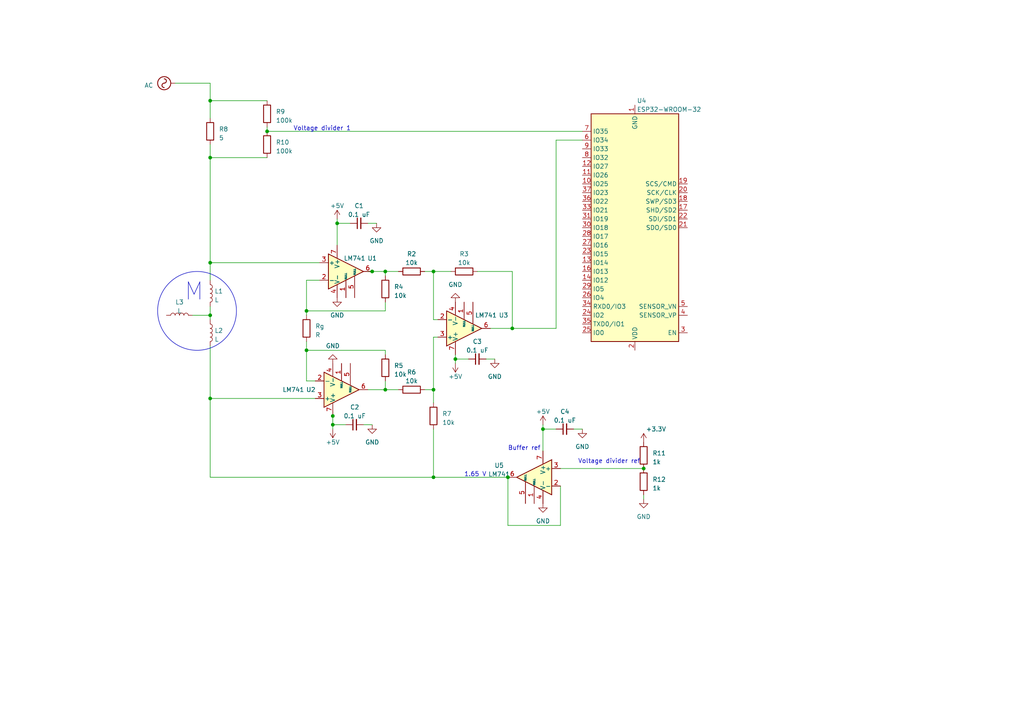
<source format=kicad_sch>
(kicad_sch (version 20230121) (generator eeschema)
  (paper "A4")
  (lib_symbols
    (symbol "Amplifier_Operational:LM741" (pin_names (offset 0.127))
      (property "Reference" "U" (at 0 6.35 0))
      (property "Value" "LM741" (at 0 3.81 0))
      (symbol "LM741_0_1"
        (polyline (pts (xy -5.08 5.08) (xy 5.08 0) (xy -5.08 -5.08) (xy -5.08 5.08)) (stroke (width 0.254)) (fill (type background)))
      )
      (symbol "LM741_1_1"
        (pin input line (at 0 -7.62 90) (length 5.08) (name "NULL") (number "1"))
        (pin input line (at -7.62 -2.54 0) (length 2.54) (name "-") (number "2"))
        (pin input line (at -7.62 2.54 0) (length 2.54) (name "+") (number "3"))
        (pin power_in line (at -2.54 -7.62 90) (length 3.81) (name "V-") (number "4"))
        (pin input line (at 2.54 -7.62 90) (length 6.35) (name "NULL") (number "5"))
        (pin output line (at 7.62 0 180) (length 2.54) (name "~") (number "6"))
        (pin power_in line (at -2.54 7.62 270) (length 3.81) (name "V+") (number "7"))
        (pin no_connect line (at 0 2.54 270) (length 2.54) hide (name "NC") (number "8"))
      )
    )
    (symbol "Device:C_Small" (pin_numbers hide) (pin_names (offset 0.254) hide)
      (property "Reference" "C" (at 0.254 1.778 0))
      (property "Value" "C_Small" (at 0.254 -2.032 0))
      (symbol "C_Small_0_1"
        (polyline (pts (xy -1.524 -0.508) (xy 1.524 -0.508)) (stroke (width 0.3302)))
        (polyline (pts (xy -1.524 0.508) (xy 1.524 0.508)) (stroke (width 0.3048)))
      )
      (symbol "C_Small_1_1"
        (pin passive line (at 0 2.54 270) (length 2.032) (name "~") (number "1"))
        (pin passive line (at 0 -2.54 90) (length 2.032) (name "~") (number "2"))
      )
    )
    (symbol "Device:L" (pin_numbers hide) (pin_names (offset 1.016) hide)
      (property "Reference" "L" (at -1.27 0 90))
      (property "Value" "L" (at 1.905 0 90))
      (symbol "L_0_1"
        (arc (start 0 -2.54) (mid 0.6323 -1.905) (end 0 -1.27))
        (arc (start 0 -1.27) (mid 0.6323 -0.635) (end 0 0))
        (arc (start 0 0) (mid 0.6323 0.635) (end 0 1.27))
        (arc (start 0 1.27) (mid 0.6323 1.905) (end 0 2.54))
      )
      (symbol "L_1_1"
        (pin passive line (at 0 3.81 270) (length 1.27) (name "1") (number "1"))
        (pin passive line (at 0 -3.81 90) (length 1.27) (name "2") (number "2"))
      )
    )
    (symbol "Device:R" (pin_numbers hide) (pin_names (offset 0))
      (property "Reference" "R" (at 2.032 0 90))
      (property "Value" "R" (at 0 0 90))
      (symbol "R_0_1"
        (rectangle (start -1.016 -2.54) (end 1.016 2.54) (stroke (width 0.254)))
      )
      (symbol "R_1_1"
        (pin passive line (at 0 3.81 270) (length 1.27) (name "~") (number "1"))
        (pin passive line (at 0 -3.81 90) (length 1.27) (name "~") (number "2"))
      )
    )
    (symbol "RF_Module:ESP32-WROOM-32"
      (property "Reference" "U" (at -12.7 34.29 0))
      (property "Value" "ESP32-WROOM-32" (at 1.27 34.29 0))
      (symbol "ESP32-WROOM-32_0_1"
        (rectangle (start -12.7 33.02) (end 12.7 -33.02) (stroke (width 0.254)) (fill (type background)))
      )
      (symbol "ESP32-WROOM-32_1_1"
        (pin power_in line (at 0 -35.56 90) (length 2.54) (name "GND") (number "1"))
        (pin bidirectional line (at 15.24 -12.7 180) (length 2.54) (name "IO25") (number "10"))
        (pin bidirectional line (at 15.24 -15.24 180) (length 2.54) (name "IO26") (number "11"))
        (pin bidirectional line (at 15.24 -17.78 180) (length 2.54) (name "IO27") (number "12"))
        (pin bidirectional line (at 15.24 10.16 180) (length 2.54) (name "IO14") (number "13"))
        (pin bidirectional line (at 15.24 15.24 180) (length 2.54) (name "IO12") (number "14"))
        (pin passive line (at 0 -35.56 90) (length 2.54) hide (name "GND") (number "15"))
        (pin bidirectional line (at 15.24 12.7 180) (length 2.54) (name "IO13") (number "16"))
        (pin bidirectional line (at -15.24 -5.08 0) (length 2.54) (name "SHD/SD2") (number "17"))
        (pin bidirectional line (at -15.24 -7.62 0) (length 2.54) (name "SWP/SD3") (number "18"))
        (pin bidirectional line (at -15.24 -12.7 0) (length 2.54) (name "SCS/CMD") (number "19"))
        (pin power_in line (at 0 35.56 270) (length 2.54) (name "VDD") (number "2"))
        (pin bidirectional line (at -15.24 -10.16 0) (length 2.54) (name "SCK/CLK") (number "20"))
        (pin bidirectional line (at -15.24 0 0) (length 2.54) (name "SDO/SD0") (number "21"))
        (pin bidirectional line (at -15.24 -2.54 0) (length 2.54) (name "SDI/SD1") (number "22"))
        (pin bidirectional line (at 15.24 7.62 180) (length 2.54) (name "IO15") (number "23"))
        (pin bidirectional line (at 15.24 25.4 180) (length 2.54) (name "IO2") (number "24"))
        (pin bidirectional line (at 15.24 30.48 180) (length 2.54) (name "IO0") (number "25"))
        (pin bidirectional line (at 15.24 20.32 180) (length 2.54) (name "IO4") (number "26"))
        (pin bidirectional line (at 15.24 5.08 180) (length 2.54) (name "IO16") (number "27"))
        (pin bidirectional line (at 15.24 2.54 180) (length 2.54) (name "IO17") (number "28"))
        (pin bidirectional line (at 15.24 17.78 180) (length 2.54) (name "IO5") (number "29"))
        (pin input line (at -15.24 30.48 0) (length 2.54) (name "EN") (number "3"))
        (pin bidirectional line (at 15.24 0 180) (length 2.54) (name "IO18") (number "30"))
        (pin bidirectional line (at 15.24 -2.54 180) (length 2.54) (name "IO19") (number "31"))
        (pin no_connect line (at -12.7 -27.94 0) (length 2.54) hide (name "NC") (number "32"))
        (pin bidirectional line (at 15.24 -5.08 180) (length 2.54) (name "IO21") (number "33"))
        (pin bidirectional line (at 15.24 22.86 180) (length 2.54) (name "RXD0/IO3") (number "34"))
        (pin bidirectional line (at 15.24 27.94 180) (length 2.54) (name "TXD0/IO1") (number "35"))
        (pin bidirectional line (at 15.24 -7.62 180) (length 2.54) (name "IO22") (number "36"))
        (pin bidirectional line (at 15.24 -10.16 180) (length 2.54) (name "IO23") (number "37"))
        (pin passive line (at 0 -35.56 90) (length 2.54) hide (name "GND") (number "38"))
        (pin passive line (at 0 -35.56 90) (length 2.54) hide (name "GND") (number "39"))
        (pin input line (at -15.24 25.4 0) (length 2.54) (name "SENSOR_VP") (number "4"))
        (pin input line (at -15.24 22.86 0) (length 2.54) (name "SENSOR_VN") (number "5"))
        (pin input line (at 15.24 -25.4 180) (length 2.54) (name "IO34") (number "6"))
        (pin input line (at 15.24 -27.94 180) (length 2.54) (name "IO35") (number "7"))
        (pin bidirectional line (at 15.24 -20.32 180) (length 2.54) (name "IO32") (number "8"))
        (pin bidirectional line (at 15.24 -22.86 180) (length 2.54) (name "IO33") (number "9"))
      )
    )
    (symbol "power:+3.3V" (power) (pin_names (offset 0))
      (property "Value" "+3.3V" (at 0 3.556 0))
      (symbol "+3.3V_0_1"
        (polyline (pts (xy -0.762 1.27) (xy 0 2.54)))
        (polyline (pts (xy 0 0) (xy 0 2.54)))
        (polyline (pts (xy 0 2.54) (xy 0.762 1.27)))
      )
      (symbol "+3.3V_1_1"
        (pin power_in line (at 0 0 90) (length 0) hide (name "+3.3V") (number "1"))
      )
    )
    (symbol "power:+5V" (power) (pin_names (offset 0))
      (property "Value" "+5V" (at 0 3.556 0))
      (symbol "+5V_0_1"
        (polyline (pts (xy -0.762 1.27) (xy 0 2.54)))
        (polyline (pts (xy 0 0) (xy 0 2.54)))
        (polyline (pts (xy 0 2.54) (xy 0.762 1.27)))
      )
      (symbol "+5V_1_1"
        (pin power_in line (at 0 0 90) (length 0) hide (name "+5V") (number "1"))
      )
    )
    (symbol "power:AC" (power) (pin_names (offset 0))
      (property "Value" "AC" (at 0 6.35 0))
      (symbol "AC_0_1"
        (polyline (pts (xy 0 0) (xy 0 1.27)))
        (arc (start 0 3.175) (mid -0.635 3.8073) (end -1.27 3.175) (stroke (width 0.254)))
        (arc (start 0 3.175) (mid 0.635 2.5427) (end 1.27 3.175) (stroke (width 0.254)))
        (circle (center 0 3.175) (radius 1.905) (stroke (width 0.254)))
      )
      (symbol "AC_1_1"
        (pin power_in line (at 0 0 90) (length 0) hide (name "AC") (number "1"))
      )
    )
    (symbol "power:GND" (power) (pin_names (offset 0))
      (property "Value" "GND" (at 0 -3.81 0))
      (symbol "GND_0_1"
        (polyline (pts (xy 0 0) (xy 0 -1.27) (xy 1.27 -1.27) (xy 0 -2.54) (xy -1.27 -1.27) (xy 0 -1.27)))
      )
      (symbol "GND_1_1"
        (pin power_in line (at 0 0 270) (length 0) hide (name "GND") (number "1"))
      )
    )
  )
  (junction (at 132.08 104.14))
  (junction (at 148.59 95.25))
  (junction (at 60.96 115.57))
  (junction (at 88.9 101.6))
  (junction (at 60.96 91.44))
  (junction (at 157.48 124.46))
  (junction (at 111.76 113.03))
  (junction (at 125.73 138.43))
  (junction (at 77.47 38.1))
  (junction (at 125.73 113.03))
  (junction (at 107.95 78.74))
  (junction (at 60.96 76.2))
  (junction (at 96.52 123.19))
  (junction (at 111.76 78.74))
  (junction (at 97.79 64.77))
  (junction (at 125.73 78.74))
  (junction (at 60.96 45.72))
  (junction (at 147.32 138.43))
  (junction (at 96.52 120.65))
  (junction (at 60.96 29.21))
  (junction (at 186.69 135.89))
  (junction (at 88.9 90.17))
  (wire (pts (xy 162.56 152.4) (xy 147.32 152.4)))
  (wire (pts (xy 88.9 81.28) (xy 88.9 90.17)))
  (wire (pts (xy 111.76 113.03) (xy 111.76 110.49)))
  (wire (pts (xy 125.73 116.84) (xy 125.73 113.03)))
  (wire (pts (xy 77.47 45.72) (xy 60.96 45.72)))
  (wire (pts (xy 123.19 78.74) (xy 125.73 78.74)))
  (wire (pts (xy 186.69 143.51) (xy 186.69 144.78)))
  (wire (pts (xy 166.37 124.46) (xy 168.91 124.46)))
  (wire (pts (xy 97.79 64.77) (xy 101.6 64.77)))
  (wire (pts (xy 96.52 123.19) (xy 96.52 120.65)))
  (wire (pts (xy 60.96 100.33) (xy 60.96 115.57)))
  (wire (pts (xy 111.76 80.01) (xy 111.76 78.74)))
  (wire (pts (xy 168.91 40.64) (xy 161.29 40.64)))
  (wire (pts (xy 60.96 76.2) (xy 60.96 81.28)))
  (wire (pts (xy 77.47 38.1) (xy 77.47 36.83)))
  (wire (pts (xy 60.96 115.57) (xy 60.96 138.43)))
  (wire (pts (xy 105.41 123.19) (xy 107.95 123.19)))
  (wire (pts (xy 162.56 140.97) (xy 162.56 152.4)))
  (wire (pts (xy 55.88 91.44) (xy 60.96 91.44)))
  (wire (pts (xy 88.9 90.17) (xy 88.9 91.44)))
  (wire (pts (xy 148.59 78.74) (xy 138.43 78.74)))
  (wire (pts (xy 111.76 78.74) (xy 115.57 78.74)))
  (wire (pts (xy 50.8 24.13) (xy 60.96 24.13)))
  (wire (pts (xy 60.96 29.21) (xy 60.96 34.29)))
  (wire (pts (xy 106.68 78.74) (xy 107.95 78.74)))
  (wire (pts (xy 96.52 123.19) (xy 100.33 123.19)))
  (wire (pts (xy 60.96 76.2) (xy 92.71 76.2)))
  (wire (pts (xy 161.29 95.25) (xy 148.59 95.25)))
  (wire (pts (xy 125.73 78.74) (xy 130.81 78.74)))
  (wire (pts (xy 148.59 95.25) (xy 142.24 95.25)))
  (wire (pts (xy 96.52 124.46) (xy 96.52 123.19)))
  (wire (pts (xy 60.96 24.13) (xy 60.96 29.21)))
  (wire (pts (xy 125.73 124.46) (xy 125.73 138.43)))
  (wire (pts (xy 125.73 113.03) (xy 125.73 97.79)))
  (wire (pts (xy 123.19 113.03) (xy 125.73 113.03)))
  (wire (pts (xy 162.56 135.89) (xy 186.69 135.89)))
  (wire (pts (xy 111.76 101.6) (xy 111.76 102.87)))
  (wire (pts (xy 77.47 38.1) (xy 168.91 38.1)))
  (wire (pts (xy 125.73 97.79) (xy 127 97.79)))
  (wire (pts (xy 148.59 78.74) (xy 148.59 95.25)))
  (wire (pts (xy 157.48 124.46) (xy 161.29 124.46)))
  (wire (pts (xy 106.68 64.77) (xy 109.22 64.77)))
  (wire (pts (xy 92.71 81.28) (xy 88.9 81.28)))
  (wire (pts (xy 88.9 110.49) (xy 88.9 101.6)))
  (wire (pts (xy 96.52 119.38) (xy 96.52 120.65)))
  (wire (pts (xy 111.76 90.17) (xy 88.9 90.17)))
  (wire (pts (xy 132.08 104.14) (xy 132.08 102.87)))
  (wire (pts (xy 60.96 92.71) (xy 60.96 91.44)))
  (wire (pts (xy 132.08 104.14) (xy 135.89 104.14)))
  (wire (pts (xy 91.44 115.57) (xy 60.96 115.57)))
  (wire (pts (xy 88.9 101.6) (xy 111.76 101.6)))
  (wire (pts (xy 97.79 63.5) (xy 97.79 64.77)))
  (wire (pts (xy 97.79 64.77) (xy 97.79 71.12)))
  (wire (pts (xy 125.73 138.43) (xy 147.32 138.43)))
  (wire (pts (xy 106.68 113.03) (xy 111.76 113.03)))
  (wire (pts (xy 161.29 40.64) (xy 161.29 95.25)))
  (wire (pts (xy 60.96 88.9) (xy 60.96 91.44)))
  (wire (pts (xy 125.73 92.71) (xy 125.73 78.74)))
  (wire (pts (xy 147.32 152.4) (xy 147.32 138.43)))
  (wire (pts (xy 111.76 87.63) (xy 111.76 90.17)))
  (wire (pts (xy 157.48 123.19) (xy 157.48 124.46)))
  (wire (pts (xy 91.44 110.49) (xy 88.9 110.49)))
  (wire (pts (xy 88.9 99.06) (xy 88.9 101.6)))
  (wire (pts (xy 127 92.71) (xy 125.73 92.71)))
  (wire (pts (xy 157.48 124.46) (xy 157.48 130.81)))
  (wire (pts (xy 111.76 113.03) (xy 115.57 113.03)))
  (wire (pts (xy 77.47 29.21) (xy 60.96 29.21)))
  (wire (pts (xy 60.96 41.91) (xy 60.96 45.72)))
  (wire (pts (xy 132.08 104.14) (xy 132.08 105.41)))
  (wire (pts (xy 60.96 138.43) (xy 125.73 138.43)))
  (wire (pts (xy 60.96 45.72) (xy 60.96 76.2)))
  (wire (pts (xy 107.95 78.74) (xy 111.76 78.74)))
  (wire (pts (xy 140.97 104.14) (xy 143.51 104.14)))
  (circle (center 57.15 90.17) (radius 11.43))
  (text "1.65 V" (at 134.62 138.43 0) (effects (font (size 1.27 1.27)) (justify left bottom)))
  (text "M" (at 53.34 87.63 0) (effects (font (size 5 5)) (justify left bottom)))
  (text "Voltage divider 1" (at 85.09 38.1 0) (effects (font (size 1.27 1.27)) (justify left bottom)))
  (text "Voltage divider ref" (at 167.64 134.62 0) (effects (font (size 1.27 1.27)) (justify left bottom)))
  (text "Buffer ref" (at 147.32 130.81 0) (effects (font (size 1.27 1.27)) (justify left bottom)))
  (symbol (lib_id "Device:R") (at 111.76 83.82 0) (unit 1)
    (property "Reference" "R4" (at 114.3 83.185 0) (effects (justify left)))
    (property "Value" "10k" (at 114.3 85.725 0) (effects (justify left)))
  )
  (symbol (lib_id "Device:R") (at 111.76 106.68 0) (unit 1)
    (property "Reference" "R5" (at 114.3 106.045 0) (effects (justify left)))
    (property "Value" "10k" (at 114.3 108.585 0) (effects (justify left)))
  )
  (symbol (lib_id "Device:C_Small") (at 102.87 123.19 90) (unit 1)
    (property "Reference" "C2" (at 102.8763 118.11 90))
    (property "Value" "0.1 uF" (at 102.8763 120.65 90))
  )
  (symbol (lib_id "power:GND") (at 109.22 64.77 0) (unit 1)
    (property "Reference" "#PWR05" (effects hide))
    (property "Value" "GND" (at 109.22 69.85 0))
  )
  (symbol (lib_id "power:AC") (at 50.8 24.13 90) (unit 1)
    (property "Reference" "#PWR01" (effects hide))
    (property "Value" "AC" (at 44.45 24.765 90) (effects (justify left)))
  )
  (symbol (lib_id "power:GND") (at 157.48 146.05 0) (unit 1)
    (property "Reference" "#PWR015" (effects hide))
    (property "Value" "GND" (at 157.48 151.13 0))
  )
  (symbol (lib_id "power:GND") (at 107.95 123.19 0) (unit 1)
    (property "Reference" "#PWR07" (effects hide))
    (property "Value" "GND" (at 107.95 128.27 0))
  )
  (symbol (lib_id "power:+5V") (at 157.48 123.19 0) (unit 1)
    (property "Reference" "#PWR016" (effects hide))
    (property "Value" "+5V" (at 157.48 119.38 0))
  )
  (symbol (lib_id "power:+5V") (at 96.52 124.46 0) (mirror x) (unit 1)
    (property "Reference" "#PWR06" (effects hide))
    (property "Value" "+5V" (at 96.52 128.27 0))
  )
  (symbol (lib_id "power:GND") (at 97.79 86.36 0) (unit 1)
    (property "Reference" "#PWR010" (effects hide))
    (property "Value" "GND" (at 97.79 91.44 0))
  )
  (symbol (lib_id "Amplifier_Operational:LM741") (at 99.06 113.03 0) (mirror x) (unit 1)
    (property "Reference" "U2" (at 90.17 113.03 0))
    (property "Value" "LM741" (at 85.09 113.03 0))
    (property "Datasheet" "http://www.ti.com/lit/ds/symlink/lm741.pdf" (effects hide))
  )
  (symbol (lib_id "power:GND") (at 132.08 87.63 0) (mirror x) (unit 1)
    (property "Reference" "#PWR012" (effects hide))
    (property "Value" "GND" (at 132.08 82.55 0))
  )
  (symbol (lib_id "Device:R") (at 77.47 41.91 0) (unit 1)
    (property "Reference" "R10" (at 80.01 41.275 0) (effects (justify left)))
    (property "Value" "100k" (at 80.01 43.815 0) (effects (justify left)))
  )
  (symbol (lib_id "power:+5V") (at 132.08 105.41 0) (mirror x) (unit 1)
    (property "Reference" "#PWR08" (effects hide))
    (property "Value" "+5V" (at 132.08 109.22 0))
  )
  (symbol (lib_id "power:+5V") (at 97.79 63.5 0) (unit 1)
    (property "Reference" "#PWR04" (effects hide))
    (property "Value" "+5V" (at 97.79 59.69 0))
  )
  (symbol (lib_id "Device:C_Small") (at 104.14 64.77 90) (unit 1)
    (property "Reference" "C1" (at 104.1463 59.69 90))
    (property "Value" "0.1 uF" (at 104.1463 62.23 90))
  )
  (symbol (lib_id "power:GND") (at 186.69 144.78 0) (unit 1)
    (property "Reference" "#PWR014" (effects hide))
    (property "Value" "GND" (at 186.69 149.86 0))
  )
  (symbol (lib_id "RF_Module:ESP32-WROOM-32") (at 184.15 66.04 180) (unit 1)
    (property "Reference" "U4" (at 184.7341 29.21 0) (effects (justify right)))
    (property "Value" "ESP32-WROOM-32" (at 184.7341 31.75 0) (effects (justify right)))
    (property "Footprint" "RF_Module:ESP32-WROOM-32" (effects hide))
    (property "Datasheet" "https://www.espressif.com/sites/default/files/documentation/esp32-wroom-32_datasheet_en.pdf" (effects hide))
  )
  (symbol (lib_id "power:GND") (at 96.52 105.41 0) (mirror x) (unit 1)
    (property "Reference" "#PWR011" (effects hide))
    (property "Value" "GND" (at 96.52 100.33 0))
  )
  (symbol (lib_id "Device:R") (at 119.38 78.74 90) (unit 1)
    (property "Reference" "R2" (at 119.38 73.66 90))
    (property "Value" "10k" (at 119.38 76.2 90))
  )
  (symbol (lib_id "Device:R") (at 125.73 120.65 180) (unit 1)
    (property "Reference" "R7" (at 128.27 120.015 0) (effects (justify right)))
    (property "Value" "10k" (at 128.27 122.555 0) (effects (justify right)))
  )
  (symbol (lib_id "Amplifier_Operational:LM741") (at 134.62 95.25 0) (mirror x) (unit 1)
    (property "Reference" "U3" (at 146.05 91.44 0))
    (property "Value" "LM741" (at 140.97 91.44 0))
    (property "Datasheet" "http://www.ti.com/lit/ds/symlink/lm741.pdf" (effects hide))
  )
  (symbol (lib_id "Device:R") (at 60.96 38.1 0) (unit 1)
    (property "Reference" "R8" (at 63.5 37.465 0) (effects (justify left)))
    (property "Value" "5" (at 63.5 40.005 0) (effects (justify left)))
  )
  (symbol (lib_id "Device:R") (at 119.38 113.03 90) (unit 1)
    (property "Reference" "R6" (at 119.38 107.95 90))
    (property "Value" "10k" (at 119.38 110.49 90))
  )
  (symbol (lib_id "Device:L") (at 52.07 91.44 90) (unit 1)
    (property "Reference" "L3" (at 52.07 87.63 90))
    (property "Value" "L" (at 52.07 90.17 90))
  )
  (symbol (lib_id "Device:L") (at 60.96 85.09 0) (unit 1)
    (property "Reference" "L1" (at 62.23 84.455 0) (effects (justify left)))
    (property "Value" "L" (at 62.23 86.995 0) (effects (justify left)))
  )
  (symbol (lib_id "Device:R") (at 88.9 95.25 180) (unit 1)
    (property "Reference" "Rg" (at 91.44 94.615 0) (effects (justify right)))
    (property "Value" "R" (at 91.44 97.155 0) (effects (justify right)))
  )
  (symbol (lib_id "Amplifier_Operational:LM741") (at 154.94 138.43 0) (mirror y) (unit 1)
    (property "Reference" "U5" (at 144.78 135.0011 0))
    (property "Value" "LM741" (at 144.78 137.5411 0))
    (property "Datasheet" "http://www.ti.com/lit/ds/symlink/lm741.pdf" (effects hide))
  )
  (symbol (lib_id "Device:C_Small") (at 163.83 124.46 90) (unit 1)
    (property "Reference" "C4" (at 163.8363 119.38 90))
    (property "Value" "0.1 uF" (at 163.8363 121.92 90))
  )
  (symbol (lib_id "Device:R") (at 186.69 139.7 180) (unit 1)
    (property "Reference" "R12" (at 189.23 139.065 0) (effects (justify right)))
    (property "Value" "1k" (at 189.23 141.605 0) (effects (justify right)))
  )
  (symbol (lib_id "Device:L") (at 60.96 96.52 0) (unit 1)
    (property "Reference" "L2" (at 62.23 95.885 0) (effects (justify left)))
    (property "Value" "L" (at 62.23 98.425 0) (effects (justify left)))
  )
  (symbol (lib_id "Device:R") (at 186.69 132.08 180) (unit 1)
    (property "Reference" "R11" (at 189.23 131.445 0) (effects (justify right)))
    (property "Value" "1k" (at 189.23 133.985 0) (effects (justify right)))
  )
  (symbol (lib_id "power:GND") (at 168.91 124.46 0) (unit 1)
    (property "Reference" "#PWR017" (effects hide))
    (property "Value" "GND" (at 168.91 129.54 0))
  )
  (symbol (lib_id "Device:C_Small") (at 138.43 104.14 90) (unit 1)
    (property "Reference" "C3" (at 138.4363 99.06 90))
    (property "Value" "0.1 uF" (at 138.4363 101.6 90))
  )
  (symbol (lib_id "power:+3.3V") (at 186.69 128.27 0) (unit 1)
    (property "Reference" "#PWR013" (effects hide))
    (property "Value" "+3.3V" (at 187.325 124.46 0) (effects (justify left)))
  )
  (symbol (lib_id "Amplifier_Operational:LM741") (at 100.33 78.74 0) (unit 1)
    (property "Reference" "U1" (at 107.95 74.93 0))
    (property "Value" "LM741" (at 102.87 74.93 0))
    (property "Datasheet" "http://www.ti.com/lit/ds/symlink/lm741.pdf" (effects hide))
  )
  (symbol (lib_id "power:GND") (at 143.51 104.14 0) (unit 1)
    (property "Reference" "#PWR09" (effects hide))
    (property "Value" "GND" (at 143.51 109.22 0))
  )
  (symbol (lib_id "Device:R") (at 77.47 33.02 0) (unit 1)
    (property "Reference" "R9" (at 80.01 32.385 0) (effects (justify left)))
    (property "Value" "100k" (at 80.01 34.925 0) (effects (justify left)))
  )
  (symbol (lib_id "Device:R") (at 134.62 78.74 90) (unit 1)
    (property "Reference" "R3" (at 134.62 73.66 90))
    (property "Value" "10k" (at 134.62 76.2 90))
  )
)
</source>
